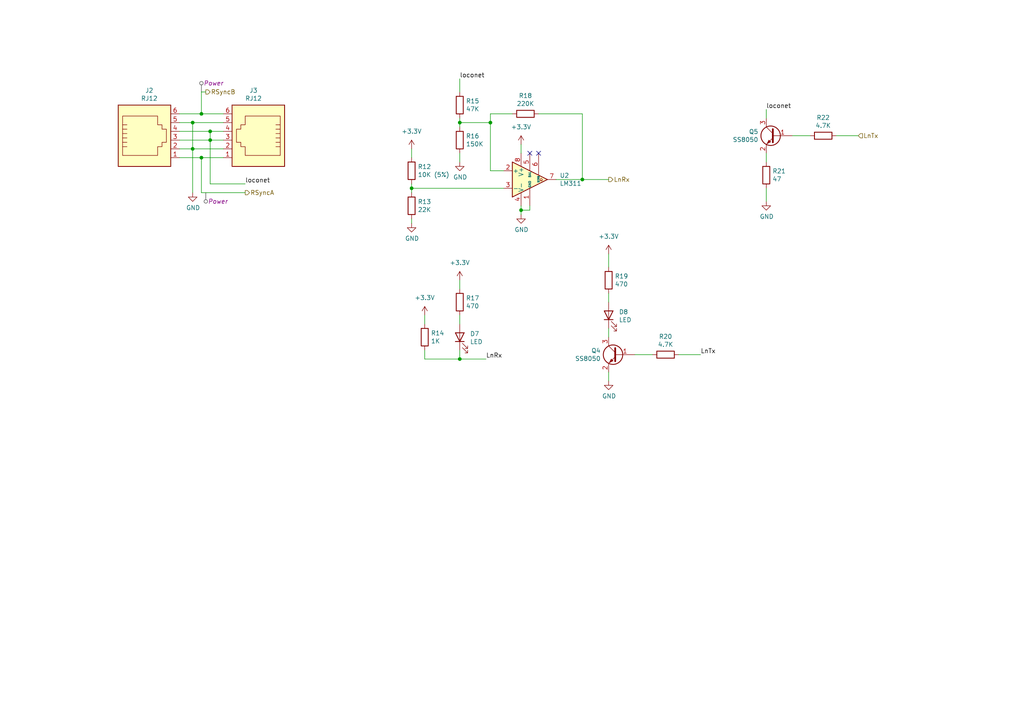
<source format=kicad_sch>
(kicad_sch (version 20230121) (generator eeschema)
  (paper "A4")
  (title_block (title "LocoBuffer Esp32") (date "2023-07-17") (rev "0.0.1") (company "Dcc Diy Tools"))
  (lib_symbols
    (symbol "Comparator:LM311" (pin_names (offset 0.127))
      (property "Reference" "U" (at 3.81 6.35 0))
      (property "Value" "LM311" (at 3.81 3.81 0))
      (symbol "LM311_0_1"
        (polyline (pts (xy 5.08 0) (xy -5.08 5.08) (xy -5.08 -5.08) (xy 5.08 0)) (stroke (width 0.254)) (fill (type background)))
        (polyline (pts (xy 3.683 -0.381) (xy 3.302 -0.381) (xy 3.683 0) (xy 3.302 0.381) (xy 2.921 0) (xy 3.302 -0.381) (xy 2.921 -0.381)) (stroke (width 0.127)))
      )
      (symbol "LM311_1_1"
        (pin passive line (at 0 -7.62 90) (length 5.08) (name "GND") (number "1"))
        (pin input line (at -7.62 2.54 0) (length 2.54) (name "+") (number "2"))
        (pin input line (at -7.62 -2.54 0) (length 2.54) (name "-") (number "3"))
        (pin power_in line (at -2.54 -7.62 90) (length 3.81) (name "V-") (number "4"))
        (pin input line (at 0 7.62 270) (length 5.08) (name "BAL") (number "5"))
        (pin input line (at 2.54 7.62 270) (length 6.35) (name "STRB") (number "6"))
        (pin open_collector line (at 7.62 0 180) (length 2.54) (name "~") (number "7"))
        (pin power_in line (at -2.54 7.62 270) (length 3.81) (name "V+") (number "8"))
      )
    )
    (symbol "Connector:RJ12" (pin_names (offset 1.016))
      (property "Reference" "J" (at -5.08 11.43 0))
      (property "Value" "RJ12" (at 2.54 11.43 0))
      (symbol "RJ12_0_1"
        (polyline (pts (xy -6.35 -1.905) (xy -5.08 -1.905) (xy -5.08 -1.905)))
        (polyline (pts (xy -6.35 -0.635) (xy -5.08 -0.635) (xy -5.08 -0.635)))
        (polyline (pts (xy -6.35 0.635) (xy -5.08 0.635) (xy -5.08 0.635)))
        (polyline (pts (xy -6.35 1.905) (xy -5.08 1.905) (xy -5.08 1.905)))
        (polyline (pts (xy -6.35 3.175) (xy -5.08 3.175) (xy -5.08 3.175)))
        (polyline (pts (xy -5.08 4.445) (xy -6.35 4.445) (xy -6.35 4.445)))
        (polyline (pts (xy -6.35 -4.445) (xy -6.35 6.985) (xy 3.81 6.985) (xy 3.81 4.445) (xy 5.08 4.445) (xy 5.08 3.175) (xy 6.35 3.175) (xy 6.35 -0.635) (xy 5.08 -0.635) (xy 5.08 -1.905) (xy 3.81 -1.905) (xy 3.81 -4.445) (xy -6.35 -4.445) (xy -6.35 -4.445)))
        (rectangle (start 7.62 10.16) (end -7.62 -7.62) (stroke (width 0.254)) (fill (type background)))
      )
      (symbol "RJ12_1_1"
        (pin passive line (at 10.16 -5.08 180) (length 2.54) (name "~") (number "1"))
        (pin passive line (at 10.16 -2.54 180) (length 2.54) (name "~") (number "2"))
        (pin passive line (at 10.16 0 180) (length 2.54) (name "~") (number "3"))
        (pin passive line (at 10.16 2.54 180) (length 2.54) (name "~") (number "4"))
        (pin passive line (at 10.16 5.08 180) (length 2.54) (name "~") (number "5"))
        (pin passive line (at 10.16 7.62 180) (length 2.54) (name "~") (number "6"))
      )
    )
    (symbol "Device:LED" (pin_numbers hide) (pin_names (offset 1.016) hide)
      (property "Reference" "D" (at 0 2.54 0))
      (property "Value" "LED" (at 0 -2.54 0))
      (symbol "LED_0_1"
        (polyline (pts (xy -1.27 -1.27) (xy -1.27 1.27)) (stroke (width 0.254)))
        (polyline (pts (xy -1.27 0) (xy 1.27 0)))
        (polyline (pts (xy 1.27 -1.27) (xy 1.27 1.27) (xy -1.27 0) (xy 1.27 -1.27)) (stroke (width 0.254)))
        (polyline (pts (xy -3.048 -0.762) (xy -4.572 -2.286) (xy -3.81 -2.286) (xy -4.572 -2.286) (xy -4.572 -1.524)))
        (polyline (pts (xy -1.778 -0.762) (xy -3.302 -2.286) (xy -2.54 -2.286) (xy -3.302 -2.286) (xy -3.302 -1.524)))
      )
      (symbol "LED_1_1"
        (pin passive line (at -3.81 0 0) (length 2.54) (name "K") (number "1"))
        (pin passive line (at 3.81 0 180) (length 2.54) (name "A") (number "2"))
      )
    )
    (symbol "Device:Q_NPN_BEC" (pin_names (offset 0) hide)
      (property "Reference" "Q" (at 5.08 1.27 0))
      (property "Value" "Q_NPN_BEC" (at 5.08 -1.27 0))
      (symbol "Q_NPN_BEC_0_1"
        (polyline (pts (xy 0.635 0.635) (xy 2.54 2.54)))
        (polyline (pts (xy 0.635 -0.635) (xy 2.54 -2.54) (xy 2.54 -2.54)))
        (polyline (pts (xy 0.635 1.905) (xy 0.635 -1.905) (xy 0.635 -1.905)) (stroke (width 0.508)))
        (polyline (pts (xy 1.27 -1.778) (xy 1.778 -1.27) (xy 2.286 -2.286) (xy 1.27 -1.778) (xy 1.27 -1.778)) (fill (type outline)))
        (circle (center 1.27 0) (radius 2.8194) (stroke (width 0.254)))
      )
      (symbol "Q_NPN_BEC_1_1"
        (pin input line (at -5.08 0 0) (length 5.715) (name "B") (number "1"))
        (pin passive line (at 2.54 -5.08 90) (length 2.54) (name "E") (number "2"))
        (pin passive line (at 2.54 5.08 270) (length 2.54) (name "C") (number "3"))
      )
    )
    (symbol "Device:R" (pin_numbers hide) (pin_names (offset 0))
      (property "Reference" "R" (at 2.032 0 90))
      (property "Value" "R" (at 0 0 90))
      (symbol "R_0_1"
        (rectangle (start -1.016 -2.54) (end 1.016 2.54) (stroke (width 0.254)))
      )
      (symbol "R_1_1"
        (pin passive line (at 0 3.81 270) (length 1.27) (name "~") (number "1"))
        (pin passive line (at 0 -3.81 90) (length 1.27) (name "~") (number "2"))
      )
    )
    (symbol "power:+3.3V" (power) (pin_names (offset 0))
      (property "Value" "+3.3V" (at 0 3.556 0))
      (symbol "+3.3V_0_1"
        (polyline (pts (xy -0.762 1.27) (xy 0 2.54)))
        (polyline (pts (xy 0 0) (xy 0 2.54)))
        (polyline (pts (xy 0 2.54) (xy 0.762 1.27)))
      )
      (symbol "+3.3V_1_1"
        (pin power_in line (at 0 0 90) (length 0) hide (name "+3.3V") (number "1"))
      )
    )
    (symbol "power:GND" (power) (pin_names (offset 0))
      (property "Value" "GND" (at 0 -3.81 0))
      (symbol "GND_0_1"
        (polyline (pts (xy 0 0) (xy 0 -1.27) (xy 1.27 -1.27) (xy 0 -2.54) (xy -1.27 -1.27) (xy 0 -1.27)))
      )
      (symbol "GND_1_1"
        (pin power_in line (at 0 0 270) (length 0) hide (name "GND") (number "1"))
      )
    )
  )
  (junction (at 168.91 52.07))
  (junction (at 60.96 40.64))
  (junction (at 60.96 38.1))
  (junction (at 151.13 60.96))
  (junction (at 55.88 43.18))
  (junction (at 133.35 104.14))
  (junction (at 142.24 35.56))
  (junction (at 133.35 35.56))
  (junction (at 119.38 54.61))
  (junction (at 58.42 45.72))
  (junction (at 55.88 35.56))
  (junction (at 58.42 33.02))
  (no_connect (at 156.21 44.45))
  (no_connect (at 153.67 44.45))
  (wire (pts (xy 133.35 101.6) (xy 133.35 104.14)))
  (wire (pts (xy 133.35 34.29) (xy 133.35 35.56)))
  (wire (pts (xy 176.53 107.95) (xy 176.53 110.49)))
  (wire (pts (xy 58.42 26.67) (xy 58.42 33.02)))
  (wire (pts (xy 176.53 85.09) (xy 176.53 87.63)))
  (wire (pts (xy 133.35 35.56) (xy 133.35 36.83)))
  (wire (pts (xy 58.42 45.72) (xy 64.77 45.72)))
  (wire (pts (xy 52.07 33.02) (xy 58.42 33.02)))
  (wire (pts (xy 168.91 52.07) (xy 168.91 33.02)))
  (wire (pts (xy 60.96 38.1) (xy 64.77 38.1)))
  (wire (pts (xy 146.05 54.61) (xy 119.38 54.61)))
  (wire (pts (xy 52.07 38.1) (xy 60.96 38.1)))
  (wire (pts (xy 52.07 35.56) (xy 55.88 35.56)))
  (wire (pts (xy 52.07 43.18) (xy 55.88 43.18)))
  (wire (pts (xy 119.38 54.61) (xy 119.38 53.34)))
  (wire (pts (xy 222.25 31.75) (xy 222.25 34.29)))
  (wire (pts (xy 153.67 59.69) (xy 153.67 60.96)))
  (wire (pts (xy 242.57 39.37) (xy 248.92 39.37)))
  (wire (pts (xy 133.35 81.28) (xy 133.35 83.82)))
  (wire (pts (xy 58.42 26.67) (xy 59.69 26.67)))
  (wire (pts (xy 123.19 104.14) (xy 133.35 104.14)))
  (wire (pts (xy 58.42 55.88) (xy 58.42 45.72)))
  (wire (pts (xy 55.88 43.18) (xy 64.77 43.18)))
  (wire (pts (xy 161.29 52.07) (xy 168.91 52.07)))
  (wire (pts (xy 119.38 64.77) (xy 119.38 63.5)))
  (wire (pts (xy 60.96 53.34) (xy 71.12 53.34)))
  (wire (pts (xy 133.35 46.99) (xy 133.35 44.45)))
  (wire (pts (xy 60.96 40.64) (xy 60.96 53.34)))
  (wire (pts (xy 176.53 95.25) (xy 176.53 97.79)))
  (wire (pts (xy 151.13 60.96) (xy 151.13 62.23)))
  (wire (pts (xy 176.53 73.66) (xy 176.53 77.47)))
  (wire (pts (xy 55.88 35.56) (xy 55.88 43.18)))
  (wire (pts (xy 168.91 33.02) (xy 156.21 33.02)))
  (wire (pts (xy 222.25 44.45) (xy 222.25 46.99)))
  (wire (pts (xy 151.13 41.91) (xy 151.13 44.45)))
  (wire (pts (xy 153.67 60.96) (xy 151.13 60.96)))
  (wire (pts (xy 142.24 33.02) (xy 142.24 35.56)))
  (wire (pts (xy 123.19 91.44) (xy 123.19 93.98)))
  (wire (pts (xy 60.96 38.1) (xy 60.96 40.64)))
  (wire (pts (xy 184.15 102.87) (xy 189.23 102.87)))
  (wire (pts (xy 176.53 52.07) (xy 168.91 52.07)))
  (wire (pts (xy 71.12 55.88) (xy 58.42 55.88)))
  (wire (pts (xy 60.96 40.64) (xy 64.77 40.64)))
  (wire (pts (xy 222.25 54.61) (xy 222.25 58.42)))
  (wire (pts (xy 123.19 101.6) (xy 123.19 104.14)))
  (wire (pts (xy 55.88 35.56) (xy 64.77 35.56)))
  (wire (pts (xy 229.87 39.37) (xy 234.95 39.37)))
  (wire (pts (xy 119.38 45.72) (xy 119.38 43.18)))
  (wire (pts (xy 58.42 33.02) (xy 64.77 33.02)))
  (wire (pts (xy 55.88 43.18) (xy 55.88 55.88)))
  (wire (pts (xy 52.07 40.64) (xy 60.96 40.64)))
  (wire (pts (xy 151.13 59.69) (xy 151.13 60.96)))
  (wire (pts (xy 196.85 102.87) (xy 203.2 102.87)))
  (wire (pts (xy 142.24 49.53) (xy 146.05 49.53)))
  (wire (pts (xy 133.35 35.56) (xy 142.24 35.56)))
  (wire (pts (xy 133.35 22.86) (xy 133.35 26.67)))
  (wire (pts (xy 52.07 45.72) (xy 58.42 45.72)))
  (wire (pts (xy 148.59 33.02) (xy 142.24 33.02)))
  (wire (pts (xy 133.35 104.14) (xy 140.97 104.14)))
  (wire (pts (xy 133.35 91.44) (xy 133.35 93.98)))
  (wire (pts (xy 142.24 35.56) (xy 142.24 49.53)))
  (wire (pts (xy 119.38 55.88) (xy 119.38 54.61)))
  (label "loconet" (at 71.12 53.34 0))
  (label "LnRx" (at 140.97 104.14 0))
  (label "loconet" (at 133.35 22.86 0))
  (label "LnTx" (at 203.2 102.87 0))
  (label "loconet" (at 222.25 31.75 0))
  (hierarchical_label "RSyncA" (shape output) (at 71.12 55.88 0))
  (hierarchical_label "RSyncB" (shape output) (at 59.69 26.67 0))
  (hierarchical_label "LnTx" (shape input) (at 248.92 39.37 0))
  (hierarchical_label "LnRx" (shape output) (at 176.53 52.07 0))
  (netclass_flag "" (length 2.54) (shape round) (at 59.69 55.88 180) (property "Netclass" "Power" (at 60.2996 58.42 0) (effects (font italic) (justify left))))
  (netclass_flag "" (length 2.54) (shape round) (at 58.42 26.67 0) (property "Netclass" "Power" (at 59.0296 24.13 0) (effects (font italic) (justify left))))
  (symbol (lib_id "Connector:RJ12") (at 41.91 40.64 0) (unit 1)
    (property "Reference" "J2" (at 43.307 26.2382 0))
    (property "Value" "RJ12" (at 43.307 28.5496 0))
    (property "Footprint" "LocoNetInterface:AMPHENOL_RJE0166001" (effects hide))
  )
  (symbol (lib_id "Connector:RJ12") (at 74.93 40.64 0) (mirror y) (unit 1)
    (property "Reference" "J3" (at 73.533 26.2382 0))
    (property "Value" "RJ12" (at 73.533 28.5496 0))
    (property "Footprint" "LocoNetInterface:AMPHENOL_RJE0166001" (effects hide))
  )
  (symbol (lib_id "power:GND") (at 55.88 55.88 0) (unit 1)
    (property "Reference" "#PWR023" (effects hide))
    (property "Value" "GND" (at 56.007 60.2742 0))
  )
  (symbol (lib_id "Comparator:LM311") (at 153.67 52.07 0) (unit 1)
    (property "Reference" "U2" (at 162.3314 50.9016 0) (effects (justify left)))
    (property "Value" "LM311" (at 162.3314 53.213 0) (effects (justify left)))
    (property "Footprint" "Package_SO:SOIC-8_3.9x4.9mm_P1.27mm" (effects hide))
    (property "Datasheet" "http://www.ti.com/lit/ds/symlink/lm311.pdf" (effects hide))
    (property "LCSC" "C12597" (effects hide))
  )
  (symbol (lib_id "power:GND") (at 151.13 62.23 0) (unit 1)
    (property "Reference" "#PWR030" (effects hide))
    (property "Value" "GND" (at 151.257 66.6242 0))
  )
  (symbol (lib_id "Device:R") (at 133.35 30.48 0) (unit 1)
    (property "Reference" "R15" (at 135.128 29.3116 0) (effects (justify left)))
    (property "Value" "47K" (at 135.128 31.623 0) (effects (justify left)))
    (property "Footprint" "Resistor_SMD:R_0805_2012Metric" (effects hide))
    (property "LCSC" "C17713" (effects hide))
  )
  (symbol (lib_id "Device:R") (at 133.35 40.64 0) (unit 1)
    (property "Reference" "R16" (at 135.128 39.4716 0) (effects (justify left)))
    (property "Value" "150K" (at 135.128 41.783 0) (effects (justify left)))
    (property "Footprint" "Resistor_SMD:R_0805_2012Metric" (effects hide))
    (property "LCSC" "C17470" (effects hide))
  )
  (symbol (lib_id "Device:R") (at 152.4 33.02 270) (unit 1)
    (property "Reference" "R18" (at 152.4 27.7622 90))
    (property "Value" "220K" (at 152.4 30.0736 90))
    (property "Footprint" "Resistor_SMD:R_0805_2012Metric" (effects hide))
    (property "LCSC" "C17556" (effects hide))
  )
  (symbol (lib_id "power:GND") (at 133.35 46.99 0) (unit 1)
    (property "Reference" "#PWR027" (effects hide))
    (property "Value" "GND" (at 133.477 51.3842 0))
  )
  (symbol (lib_id "power:GND") (at 119.38 64.77 0) (unit 1)
    (property "Reference" "#PWR025" (effects hide))
    (property "Value" "GND" (at 119.507 69.1642 0))
  )
  (symbol (lib_id "Device:R") (at 119.38 49.53 0) (unit 1)
    (property "Reference" "R12" (at 121.158 48.3616 0) (effects (justify left)))
    (property "Value" "10K (5%)" (at 121.158 50.673 0) (effects (justify left)))
    (property "Footprint" "Resistor_SMD:R_0805_2012Metric" (effects hide))
    (property "LCSC" "C17414" (effects hide))
  )
  (symbol (lib_id "Device:R") (at 119.38 59.69 0) (unit 1)
    (property "Reference" "R13" (at 121.158 58.5216 0) (effects (justify left)))
    (property "Value" "22K" (at 121.158 60.833 0) (effects (justify left)))
    (property "Footprint" "Resistor_SMD:R_0805_2012Metric" (effects hide))
    (property "LCSC" "C17560" (effects hide))
  )
  (symbol (lib_id "power:GND") (at 222.25 58.42 0) (unit 1)
    (property "Reference" "#PWR033" (effects hide))
    (property "Value" "GND" (at 222.377 62.8142 0))
  )
  (symbol (lib_id "Device:R") (at 238.76 39.37 270) (unit 1)
    (property "Reference" "R22" (at 238.76 34.1122 90))
    (property "Value" "4.7K" (at 238.76 36.4236 90))
    (property "Footprint" "Resistor_SMD:R_0805_2012Metric" (effects hide))
    (property "LCSC" "C229219" (effects hide))
  )
  (symbol (lib_id "Device:R") (at 222.25 50.8 180) (unit 1)
    (property "Reference" "R21" (at 224.028 49.6316 0) (effects (justify right)))
    (property "Value" "47" (at 224.028 51.943 0) (effects (justify right)))
    (property "Footprint" "Resistor_SMD:R_0805_2012Metric" (effects hide))
    (property "LCSC" "C17714" (effects hide))
  )
  (symbol (lib_id "Device:R") (at 123.19 97.79 180) (unit 1)
    (property "Reference" "R14" (at 124.968 96.6216 0) (effects (justify right)))
    (property "Value" "1K" (at 124.968 98.933 0) (effects (justify right)))
    (property "Footprint" "Resistor_SMD:R_0805_2012Metric" (effects hide))
    (property "LCSC" "C17513" (effects hide))
  )
  (symbol (lib_id "Device:R") (at 133.35 87.63 180) (unit 1)
    (property "Reference" "R17" (at 135.128 86.4616 0) (effects (justify right)))
    (property "Value" "470" (at 135.128 88.773 0) (effects (justify right)))
    (property "Footprint" "Resistor_SMD:R_0805_2012Metric" (effects hide))
    (property "LCSC" "C17710" (effects hide))
  )
  (symbol (lib_id "Device:LED") (at 133.35 97.79 90) (unit 1)
    (property "Reference" "D7" (at 136.3218 96.8248 90) (effects (justify right)))
    (property "Value" "LED" (at 136.3218 99.1362 90) (effects (justify right)))
    (property "Footprint" "LED_SMD:LED_0805_2012Metric" (effects hide))
    (property "LCSC" "C2296" (effects hide))
  )
  (symbol (lib_id "Device:R") (at 193.04 102.87 270) (unit 1)
    (property "Reference" "R20" (at 193.04 97.6122 90))
    (property "Value" "4.7K" (at 193.04 99.9236 90))
    (property "Footprint" "Resistor_SMD:R_0805_2012Metric" (effects hide))
    (property "LCSC" "C229219" (effects hide))
  )
  (symbol (lib_id "power:GND") (at 176.53 110.49 0) (unit 1)
    (property "Reference" "#PWR032" (effects hide))
    (property "Value" "GND" (at 176.657 114.8842 0))
  )
  (symbol (lib_id "Device:R") (at 176.53 81.28 180) (unit 1)
    (property "Reference" "R19" (at 178.308 80.1116 0) (effects (justify right)))
    (property "Value" "470" (at 178.308 82.423 0) (effects (justify right)))
    (property "Footprint" "Resistor_SMD:R_0805_2012Metric" (effects hide))
    (property "LCSC" "C17710" (effects hide))
  )
  (symbol (lib_id "Device:LED") (at 176.53 91.44 90) (unit 1)
    (property "Reference" "D8" (at 179.5018 90.4748 90) (effects (justify right)))
    (property "Value" "LED" (at 179.5018 92.7862 90) (effects (justify right)))
    (property "Footprint" "LED_SMD:LED_0805_2012Metric" (effects hide))
    (property "LCSC" "C2296" (effects hide))
  )
  (symbol (lib_id "Device:Q_NPN_BEC") (at 179.07 102.87 0) (mirror y) (unit 1)
    (property "Reference" "Q4" (at 174.244 101.7016 0) (effects (justify left)))
    (property "Value" "SS8050" (at 174.244 104.013 0) (effects (justify left)))
    (property "Footprint" "Package_TO_SOT_SMD:SOT-23" (effects hide))
    (property "LCSC" "C2150" (effects hide))
  )
  (symbol (lib_id "Device:Q_NPN_BEC") (at 224.79 39.37 0) (mirror y) (unit 1)
    (property "Reference" "Q5" (at 219.964 38.2016 0) (effects (justify left)))
    (property "Value" "SS8050" (at 219.964 40.513 0) (effects (justify left)))
    (property "Footprint" "Package_TO_SOT_SMD:SOT-23" (effects hide))
    (property "LCSC" "C2150" (effects hide))
  )
  (symbol (lib_id "power:+3.3V") (at 133.35 81.28 0) (unit 1)
    (property "Reference" "#PWR028" (effects hide))
    (property "Value" "+3.3V" (at 133.35 76.2 0))
  )
  (symbol (lib_id "power:+3.3V") (at 151.13 41.91 0) (unit 1)
    (property "Reference" "#PWR029" (effects hide))
    (property "Value" "+3.3V" (at 151.13 36.83 0))
  )
  (symbol (lib_id "power:+3.3V") (at 119.38 43.18 0) (unit 1)
    (property "Reference" "#PWR024" (effects hide))
    (property "Value" "+3.3V" (at 119.38 38.1 0))
  )
  (symbol (lib_id "power:+3.3V") (at 123.19 91.44 0) (unit 1)
    (property "Reference" "#PWR026" (effects hide))
    (property "Value" "+3.3V" (at 123.19 86.36 0))
  )
  (symbol (lib_id "power:+3.3V") (at 176.53 73.66 0) (unit 1)
    (property "Reference" "#PWR031" (effects hide))
    (property "Value" "+3.3V" (at 176.53 68.58 0))
  )
)
</source>
